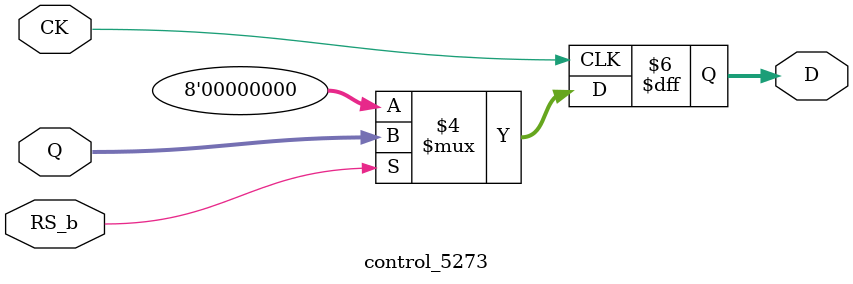
<source format=sv>
module control_5273(Q, D, CK, RS_b);
    input logic [7:0] Q;
    output logic [7:0] D;
    input logic CK, RS_b;

    always_ff @(posedge CK) begin
        if (~RS_b)
            D <= 0;
        else
            D <= Q;
    end
endmodule

</source>
